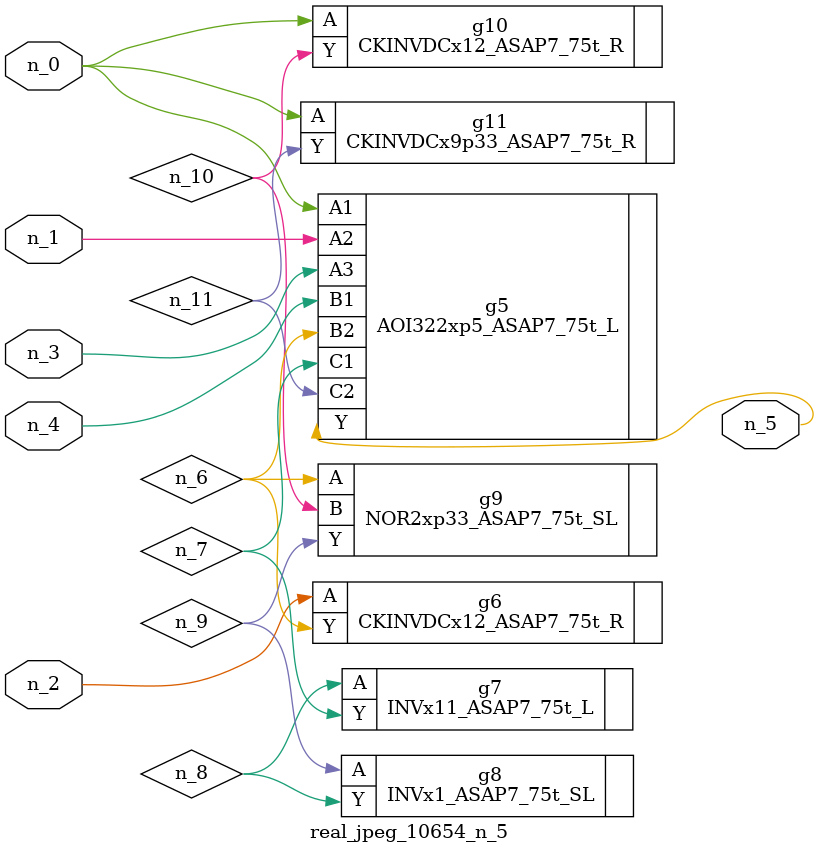
<source format=v>
module real_jpeg_10654_n_5 (n_4, n_0, n_1, n_2, n_3, n_5);

input n_4;
input n_0;
input n_1;
input n_2;
input n_3;

output n_5;

wire n_8;
wire n_11;
wire n_6;
wire n_7;
wire n_10;
wire n_9;

AOI322xp5_ASAP7_75t_L g5 ( 
.A1(n_0),
.A2(n_1),
.A3(n_3),
.B1(n_4),
.B2(n_6),
.C1(n_7),
.C2(n_11),
.Y(n_5)
);

CKINVDCx12_ASAP7_75t_R g10 ( 
.A(n_0),
.Y(n_10)
);

CKINVDCx9p33_ASAP7_75t_R g11 ( 
.A(n_0),
.Y(n_11)
);

CKINVDCx12_ASAP7_75t_R g6 ( 
.A(n_2),
.Y(n_6)
);

NOR2xp33_ASAP7_75t_SL g9 ( 
.A(n_6),
.B(n_10),
.Y(n_9)
);

INVx11_ASAP7_75t_L g7 ( 
.A(n_8),
.Y(n_7)
);

INVx1_ASAP7_75t_SL g8 ( 
.A(n_9),
.Y(n_8)
);


endmodule
</source>
